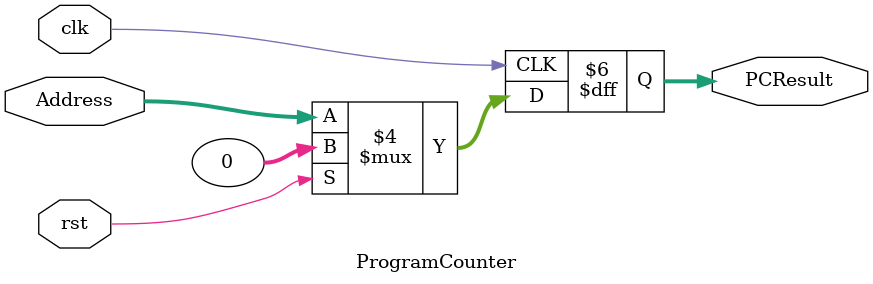
<source format=v>
`timescale 1ns / 1ps

module ProgramCounter(Address, PCResult, rst, clk);

	input [31:0] Address;
	input rst, clk;
	output reg [31:0] PCResult;
	
	always @(posedge clk) begin
	   if (rst == 1) begin
	       PCResult <= 0;
	   end
	   else
	       PCResult <= Address;
	end
	
endmodule

</source>
